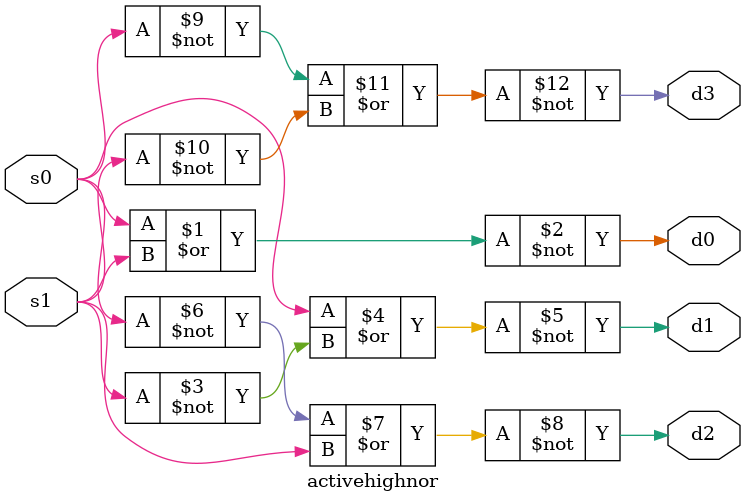
<source format=v>
`timescale 1ns / 1ps
module activehighnor(
    input s0,
    input s1,
    output d0,
    output d1,
    output d2,
    output d3
    );
	 wire w0,w1;
	 //not(w0,s0);
	 //not(w1,s1);
	 nor(d0,s0,s1);
	 nor(d1,s0,~s1);
	 nor(d2,~s0,s1);
	 nor(d3,~s0,~s1);

endmodule

</source>
